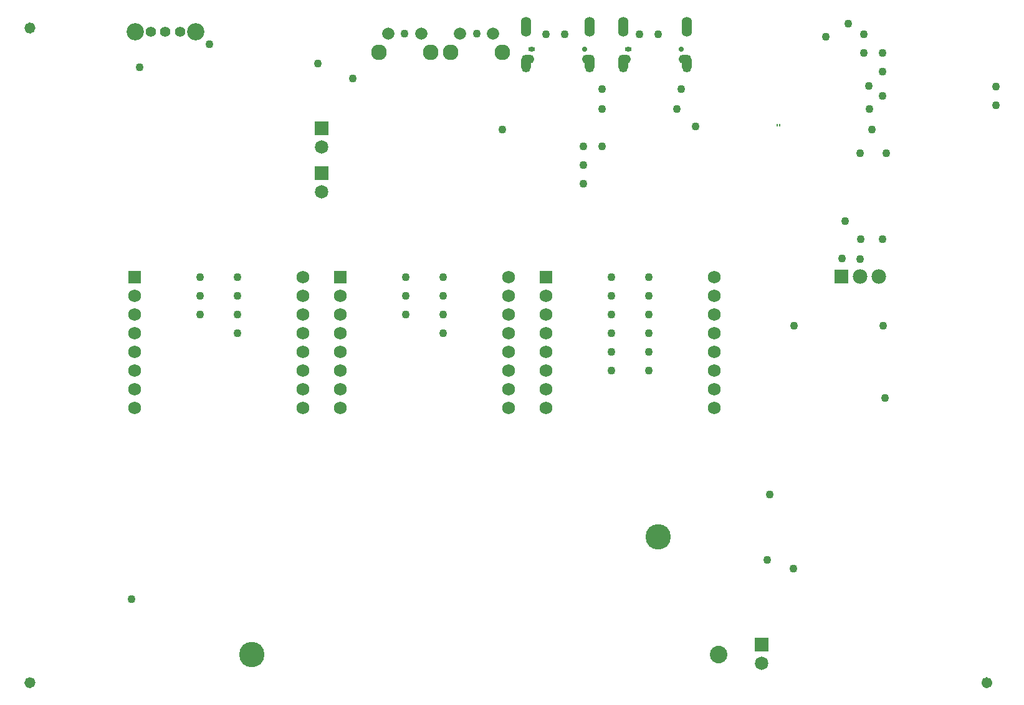
<source format=gbs>
G04*
G04 #@! TF.GenerationSoftware,Altium Limited,Altium Designer,23.3.1 (30)*
G04*
G04 Layer_Color=16711935*
%FSLAX43Y43*%
%MOMM*%
G71*
G04*
G04 #@! TF.SameCoordinates,D808C254-9F92-4D33-8E88-3B856B9356EB*
G04*
G04*
G04 #@! TF.FilePolarity,Negative*
G04*
G01*
G75*
%ADD72C,0.750*%
%ADD118C,1.102*%
%ADD122C,2.352*%
%ADD123C,1.402*%
%ADD124R,1.753X1.753*%
%ADD125C,1.753*%
%ADD126R,1.827X1.827*%
%ADD127C,1.827*%
%ADD128R,1.981X1.981*%
%ADD129C,1.981*%
%ADD130C,2.128*%
%ADD131C,1.663*%
%ADD132C,2.388*%
%ADD133C,3.450*%
G04:AMPARAMS|DCode=134|XSize=2.402mm|YSize=1.302mm|CornerRadius=0.651mm|HoleSize=0mm|Usage=FLASHONLY|Rotation=270.000|XOffset=0mm|YOffset=0mm|HoleType=Round|Shape=RoundedRectangle|*
%AMROUNDEDRECTD134*
21,1,2.402,0.000,0,0,270.0*
21,1,1.100,1.302,0,0,270.0*
1,1,1.302,0.000,-0.550*
1,1,1.302,0.000,0.550*
1,1,1.302,0.000,0.550*
1,1,1.302,0.000,-0.550*
%
%ADD134ROUNDEDRECTD134*%
%ADD135C,0.702*%
%ADD136O,0.952X0.602*%
G04:AMPARAMS|DCode=137|XSize=2.702mm|YSize=1.402mm|CornerRadius=0.701mm|HoleSize=0mm|Usage=FLASHONLY|Rotation=270.000|XOffset=0mm|YOffset=0mm|HoleType=Round|Shape=RoundedRectangle|*
%AMROUNDEDRECTD137*
21,1,2.702,0.000,0,0,270.0*
21,1,1.300,1.402,0,0,270.0*
1,1,1.402,0.000,-0.650*
1,1,1.402,0.000,0.650*
1,1,1.402,0.000,0.650*
1,1,1.402,0.000,-0.650*
%
%ADD137ROUNDEDRECTD137*%
G04:AMPARAMS|DCode=138|XSize=1.752mm|YSize=1.202mm|CornerRadius=0.601mm|HoleSize=0mm|Usage=FLASHONLY|Rotation=0.000|XOffset=0mm|YOffset=0mm|HoleType=Round|Shape=RoundedRectangle|*
%AMROUNDEDRECTD138*
21,1,1.752,0.000,0,0,0.0*
21,1,0.550,1.202,0,0,0.0*
1,1,1.202,0.275,0.000*
1,1,1.202,-0.275,0.000*
1,1,1.202,-0.275,0.000*
1,1,1.202,0.275,0.000*
%
%ADD138ROUNDEDRECTD138*%
%ADD139C,0.102*%
%ADD140C,0.092*%
%ADD181R,0.127X0.305*%
D72*
X65375Y2000D02*
G03*
X65375Y2000I-375J0D01*
G01*
X-64625Y91000D02*
G03*
X-64625Y91000I-375J0D01*
G01*
Y2000D02*
G03*
X-64625Y2000I-375J0D01*
G01*
D118*
X-50100Y85700D02*
D03*
X65000Y2000D02*
D03*
X-65000Y91000D02*
D03*
Y2000D02*
D03*
X50800Y81743D02*
D03*
X49079Y79981D02*
D03*
X-21100Y84100D02*
D03*
X66200Y80500D02*
D03*
Y83000D02*
D03*
X-25900Y86200D02*
D03*
X23500Y82700D02*
D03*
X12700D02*
D03*
X17780Y90170D02*
D03*
X5080D02*
D03*
X20320D02*
D03*
X7620D02*
D03*
X-41910Y57150D02*
D03*
X-13970D02*
D03*
X13970D02*
D03*
X-41910Y54610D02*
D03*
X-13970D02*
D03*
X13970D02*
D03*
X-41910Y52070D02*
D03*
X-13970D02*
D03*
X13970D02*
D03*
X-36830Y57150D02*
D03*
X-8890D02*
D03*
X19050D02*
D03*
X-36830Y54610D02*
D03*
X-8890D02*
D03*
X19050D02*
D03*
X-36830Y52070D02*
D03*
X-8890D02*
D03*
X19050D02*
D03*
X-36830Y49530D02*
D03*
X-8890D02*
D03*
X19050D02*
D03*
X45720Y64770D02*
D03*
X47900Y62300D02*
D03*
X51300Y74000D02*
D03*
X49400Y77200D02*
D03*
X47800Y74000D02*
D03*
X50800Y62300D02*
D03*
X13970Y49530D02*
D03*
Y44450D02*
D03*
Y46990D02*
D03*
X19050Y44450D02*
D03*
Y46990D02*
D03*
X-40600Y88800D02*
D03*
X48260Y90170D02*
D03*
X50800Y87630D02*
D03*
X48260D02*
D03*
X43100Y89800D02*
D03*
X45300Y59700D02*
D03*
X47800Y59600D02*
D03*
X25400Y77600D02*
D03*
X-4300Y90200D02*
D03*
X-14100D02*
D03*
X46200Y91600D02*
D03*
X35200Y18700D02*
D03*
X38800Y50500D02*
D03*
X51200Y40700D02*
D03*
X50900Y50500D02*
D03*
X10160Y74930D02*
D03*
X12700D02*
D03*
X10160Y69850D02*
D03*
Y72390D02*
D03*
X-785Y77215D02*
D03*
X35500Y27600D02*
D03*
X12700Y80000D02*
D03*
X38700Y17500D02*
D03*
X22860Y80010D02*
D03*
X49000Y83100D02*
D03*
X50800Y85090D02*
D03*
X-51200Y13400D02*
D03*
D122*
X-50700Y90500D02*
D03*
X-42500D02*
D03*
D123*
X-48600D02*
D03*
X-46600D02*
D03*
X-44600D02*
D03*
D124*
X5080Y57150D02*
D03*
X-50800D02*
D03*
X-22860D02*
D03*
D125*
X5080Y54610D02*
D03*
Y46990D02*
D03*
Y41910D02*
D03*
Y44450D02*
D03*
Y49530D02*
D03*
Y39370D02*
D03*
Y52070D02*
D03*
X27940Y39370D02*
D03*
Y49530D02*
D03*
Y44450D02*
D03*
Y46990D02*
D03*
Y57150D02*
D03*
Y52070D02*
D03*
Y54610D02*
D03*
Y41910D02*
D03*
X-50800Y54610D02*
D03*
Y46990D02*
D03*
Y41910D02*
D03*
Y44450D02*
D03*
Y49530D02*
D03*
Y39370D02*
D03*
Y52070D02*
D03*
X-27940Y39370D02*
D03*
Y49530D02*
D03*
Y44450D02*
D03*
Y46990D02*
D03*
Y57150D02*
D03*
Y52070D02*
D03*
Y54610D02*
D03*
Y41910D02*
D03*
X0D02*
D03*
Y54610D02*
D03*
Y52070D02*
D03*
Y57150D02*
D03*
Y46990D02*
D03*
Y44450D02*
D03*
Y49530D02*
D03*
Y39370D02*
D03*
X-22860Y52070D02*
D03*
Y39370D02*
D03*
Y49530D02*
D03*
Y44450D02*
D03*
Y41910D02*
D03*
Y46990D02*
D03*
Y54610D02*
D03*
D126*
X34400Y7140D02*
D03*
X-25400Y77400D02*
D03*
Y71240D02*
D03*
D127*
X34400Y4600D02*
D03*
X-25400Y74860D02*
D03*
Y68700D02*
D03*
D128*
X45260Y57200D02*
D03*
D129*
X47800D02*
D03*
X50340D02*
D03*
D130*
X-17555Y87710D02*
D03*
X-10545D02*
D03*
X-7855D02*
D03*
X-845D02*
D03*
D131*
X-16300Y90200D02*
D03*
X-11800D02*
D03*
X-6600D02*
D03*
X-2100D02*
D03*
D132*
X28577Y5799D02*
D03*
D133*
X20347Y21801D02*
D03*
X-34897Y5799D02*
D03*
D134*
X24220Y86150D02*
D03*
X15580D02*
D03*
X2430D02*
D03*
X11070D02*
D03*
D135*
X23500Y88150D02*
D03*
X10350D02*
D03*
D136*
X16300D02*
D03*
X3150D02*
D03*
D137*
X24220Y91200D02*
D03*
X15580D02*
D03*
X2430D02*
D03*
X11070D02*
D03*
D138*
X23995Y86750D02*
D03*
X15805D02*
D03*
X2655D02*
D03*
X10845D02*
D03*
D139*
X-58000Y5000D02*
D03*
X58000Y90000D02*
D03*
X-58000D02*
D03*
X58000Y5000D02*
D03*
D140*
X-43050Y82850D02*
D03*
D181*
X36875Y77825D02*
D03*
X36525D02*
D03*
M02*

</source>
